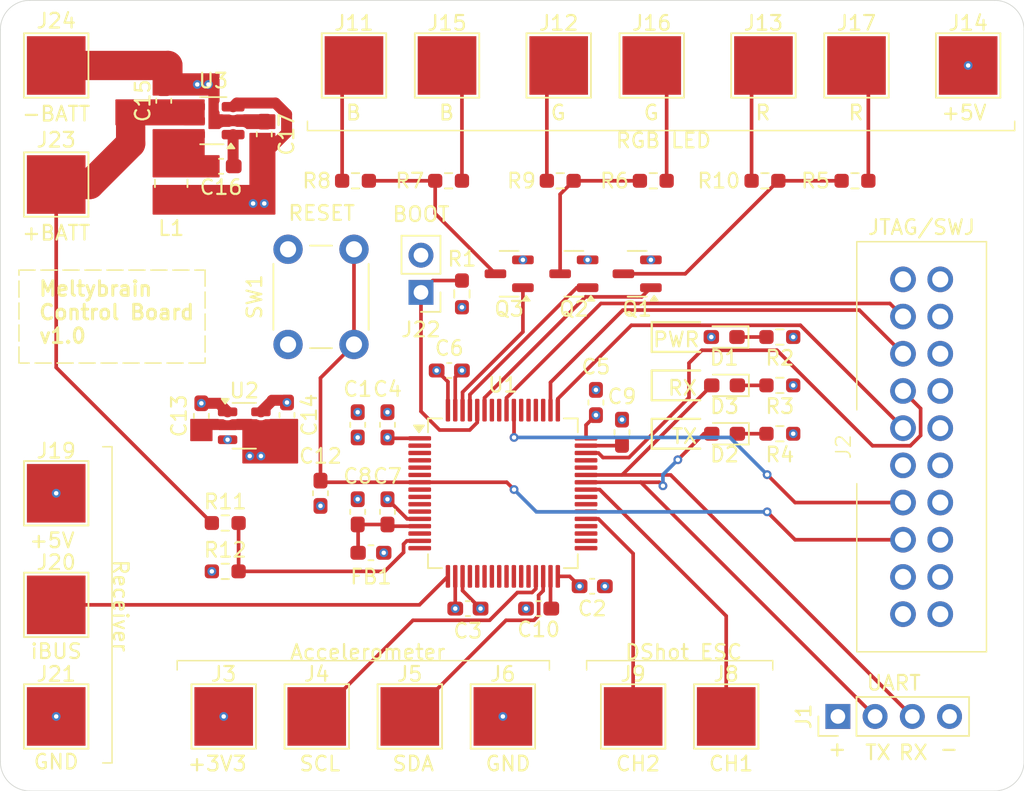
<source format=kicad_pcb>
(kicad_pcb (version 20241229) (generator "pcbnew") (generator_version "9.0")
  (layers (0 "F.Cu" signal) (4 "In1.Cu" signal) (6 "In2.Cu" signal) (2 "B.Cu" signal) (13 "F.Paste" user) (15 "B.Paste" user) (5 "F.SilkS" user "F.Silkscreen") (7 "B.SilkS" user "B.Silkscreen") (1 "F.Mask" user) (3 "B.Mask" user) (25 "Edge.Cuts" user))
  (net 0 "")
  (net 1 "+3V3")
  (net 2 "GND")
  (net 3 "VDDA")
  (net 4 "Net-(U1-VCAP_2)")
  (net 5 "Net-(U1-VCAP_1)")
  (net 6 "/NRST")
  (net 7 "+5V")
  (net 8 "+BATT")
  (net 9 "Net-(U3-SW)")
  (net 10 "Net-(U3-CB)")
  (net 11 "Net-(D1-K)")
  (net 12 "/USART1_TX")
  (net 13 "Net-(D2-K)")
  (net 14 "/USART1_RX")
  (net 15 "Net-(D3-K)")
  (net 16 "/JTDI")
  (net 17 "/JTCK_SWCLK")
  (net 18 "/JTDO_SWO")
  (net 19 "/nJTRST")
  (net 23 "/JTMS_SWDIO")
  (net 24 "/I2C2_SCL")
  (net 25 "/I2C2_SDA")
  (net 26 "/DSHOT_CH1")
  (net 27 "/DSHOT_CH2")
  (net 28 "Net-(J11-Pin_1)")
  (net 29 "Net-(J12-Pin_1)")
  (net 30 "Net-(J13-Pin_1)")
  (net 31 "Net-(J15-Pin_1)")
  (net 32 "Net-(J16-Pin_1)")
  (net 33 "Net-(J17-Pin_1)")
  (net 34 "/iBUS")
  (net 35 "/BOOT")
  (net 36 "Net-(Q1-D)")
  (net 37 "Net-(Q2-D)")
  (net 38 "Net-(Q3-D)")
  (net 39 "Net-(U1-PA1)")
  (net 56 "/LED_R_PWM")
  (net 63 "/LED_B_PWM")
  (net 73 "/LED_G_PWM")
  (footprint "Capacitor_SMD:C_0603_1608Metric_Pad1.08x0.95mm_HandSolder" (layer "F.Cu") (at 144.526 107.95 90)
    (property "Reference" "C7")
    (property "Value" "1u" (hide yes))
  )
  (footprint "Resistor_SMD:R_0603_1608Metric_Pad0.98x0.95mm_HandSolder" (layer "F.Cu") (at 171.2995 102.616 180)
    (property "Reference" "R4")
    (property "Value" "1.1k" (hide yes))
  )
  (footprint "TestPoint:TestPoint_Pad_4.0x4.0mm" (layer "F.Cu") (at 162.56 77.47)
    (property "Reference" "J16")
    (property "Value" "LED2_G" (hide yes))
  )
  (footprint "Capacitor_SMD:C_0603_1608Metric_Pad1.08x0.95mm_HandSolder" (layer "F.Cu") (at 136.1175 82.169 90)
    (property "Reference" "C17")
    (property "Value" "10u" (hide yes))
  )
  (footprint "TestPoint:TestPoint_Pad_4.0x4.0mm" (layer "F.Cu") (at 121.92 77.47)
    (property "Reference" "J24")
    (property "Value" "-BATT")
  )
  (footprint "TestPoint:TestPoint_Pad_4.0x4.0mm" (layer "F.Cu") (at 156.21 77.47)
    (property "Reference" "J12")
    (property "Value" "LED1_G" (hide yes))
  )
  (footprint "TestPoint:TestPoint_Pad_4.0x4.0mm" (layer "F.Cu") (at 184.15 77.47)
    (property "Reference" "J14")
    (property "Value" "LED_ANODE" (hide yes))
  )
  (footprint "Capacitor_SMD:C_0603_1608Metric_Pad1.08x0.95mm_HandSolder" (layer "F.Cu") (at 131.826 101.399 -90)
    (property "Reference" "C13")
    (property "Value" "2.2u" (hide yes))
  )
  (footprint "TestPoint:TestPoint_Pad_4.0x4.0mm" (layer "F.Cu") (at 146.05 121.92)
    (property "Reference" "J5")
    (property "Value" "SDA_ACC" (hide yes))
  )
  (footprint "TestPoint:TestPoint_Pad_4.0x4.0mm" (layer "F.Cu") (at 142.24 77.47)
    (property "Reference" "J11")
    (property "Value" "LED1_B" (hide yes))
  )
  (footprint "TestPoint:TestPoint_Pad_4.0x4.0mm" (layer "F.Cu") (at 121.92 114.3)
    (property "Reference" "J20")
    (property "Value" "iBUS")
  )
  (footprint "Package_TO_SOT_SMD:SOT-23-5" (layer "F.Cu") (at 134.7525 102.0735)
    (property "Reference" "U2")
    (property "Value" "TLV74033PDBVR" (hide yes))
  )
  (footprint "TestPoint:TestPoint_Pad_4.0x4.0mm" (layer "F.Cu") (at 148.59 77.47)
    (property "Reference" "J15")
    (property "Value" "LED2_B" (hide yes))
  )
  (footprint "TestPoint:TestPoint_Pad_4.0x4.0mm" (layer "F.Cu") (at 121.92 106.68)
    (property "Reference" "J19")
    (property "Value" "RX_VDD" (hide yes))
  )
  (footprint "Resistor_SMD:R_0603_1608Metric_Pad0.98x0.95mm_HandSolder" (layer "F.Cu") (at 149.606 93.0675 90)
    (property "Reference" "R1")
    (property "Value" "10k" (hide yes))
  )
  (footprint "Resistor_SMD:R_0603_1608Metric_Pad0.98x0.95mm_HandSolder" (layer "F.Cu") (at 142.3435 85.344)
    (property "Reference" "R8")
    (property "Value" "71.5" (hide yes))
  )
  (footprint "Capacitor_SMD:C_0603_1608Metric_Pad1.08x0.95mm_HandSolder" (layer "F.Cu") (at 142.494 107.95 90)
    (property "Reference" "C8")
    (property "Value" "100n" (hide yes))
  )
  (footprint "Capacitor_SMD:C_0603_1608Metric_Pad1.08x0.95mm_HandSolder" (layer "F.Cu") (at 158.496 113.03)
    (property "Reference" "C2")
    (property "Value" "100n" (hide yes))
  )
  (footprint "TestPoint:TestPoint_Pad_4.0x4.0mm" (layer "F.Cu") (at 139.7 121.92)
    (property "Reference" "J4")
    (property "Value" "SCL_ACC" (hide yes))
  )
  (footprint "Capacitor_SMD:C_0603_1608Metric_Pad1.08x0.95mm_HandSolder" (layer "F.Cu") (at 148.7435 98.298 180)
    (property "Reference" "C6")
    (property "Value" "100n" (hide yes))
  )
  (footprint "Button_Switch_THT:SW_PUSH_6mm" (layer "F.Cu") (at 137.74 96.52 90)
    (property "Reference" "SW1")
    (property "Value" "SW_Push" (hide yes))
  )
  (footprint "Resistor_SMD:R_0603_1608Metric_Pad0.98x0.95mm_HandSolder" (layer "F.Cu") (at 176.4265 85.344)
    (property "Reference" "R5")
    (property "Value" "115" (hide yes))
  )
  (footprint "Inductor_SMD:L_1008_2520Metric_Pad1.43x2.20mm_HandSolder" (layer "F.Cu") (at 129.7675 85.517 -90)
    (property "Reference" "L1")
    (property "Value" "4.7u" (hide yes))
  )
  (footprint "TestPoint:TestPoint_Pad_4.0x4.0mm" (layer "F.Cu") (at 176.53 77.47)
    (property "Reference" "J17")
    (property "Value" "LED2_R" (hide yes))
  )
  (footprint "Resistor_SMD:R_0603_1608Metric_Pad0.98x0.95mm_HandSolder" (layer "F.Cu") (at 171.2995 99.314 180)
    (property "Reference" "R3")
    (property "Value" "1.1k" (hide yes))
  )
  (footprint "Resistor_SMD:R_0603_1608Metric_Pad0.98x0.95mm_HandSolder" (layer "F.Cu") (at 133.4535 112.014)
    (property "Reference" "R12")
    (property "Value" "1.1k" (hide yes))
  )
  (footprint "Diode_SMD:D_0603_1608Metric_Pad1.05x0.95mm_HandSolder" (layer "F.Cu") (at 167.527 102.616 180)
    (property "Reference" "D2")
    (property "Value" "LED" (hide yes))
  )
  (footprint "Diode_SMD:D_0603_1608Metric_Pad1.05x0.95mm_HandSolder" (layer "F.Cu") (at 167.499 96.012 180)
    (property "Reference" "D1")
    (property "Value" "LED" (hide yes))
  )
  (footprint "Connector_Wuerth:Wuerth_WR-BHD_61202021621_P2.54mm_Vertical" (layer "F.Cu") (at 180.975 103.505 -90)
    (property "Reference" "J2")
    (property "Value" "JTAG/SWJ" (hide yes))
  )
  (footprint "TestPoint:TestPoint_Pad_4.0x4.0mm" (layer "F.Cu") (at 121.92 121.92)
    (property "Reference" "J21")
    (property "Value" "GND")
  )
  (footprint "Package_TO_SOT_SMD:SOT-23-6_Handsoldering" (layer "F.Cu") (at 132.6415 81.2405 180)
    (property "Reference" "U3")
    (property "Value" "LMR50410Y5FQDBVRQ1" (hide yes))
  )
  (footprint "Resistor_SMD:R_0603_1608Metric_Pad0.98x0.95mm_HandSolder" (layer "F.Cu") (at 171.2995 96.012 180)
    (property "Reference" "R2")
    (property "Value" "1.1k" (hide yes))
  )
  (footprint "TestPoint:TestPoint_Pad_4.0x4.0mm" (layer "F.Cu") (at 133.35 121.92)
    (property "Reference" "J3")
    (property "Value" "VDD_ACC" (hide yes))
  )
  (footprint "Connector_PinHeader_2.54mm:PinHeader_1x04_P2.54mm_Vertical" (layer "F.Cu") (at 175.26 121.92 90)
    (property "Reference" "J1")
    (property "Value" "UART")
  )
  (footprint "TestPoint:TestPoint_Pad_4.0x4.0mm" (layer "F.Cu") (at 121.92 85.598)
    (property "Reference" "J23")
    (property "Value" "+BATT")
  )
  (footprint "TestPoint:TestPoint_Pad_4.0x4.0mm" (layer "F.Cu") (at 152.4 121.92)
    (property "Reference" "J6")
    (property "Value" "GND_ACC" (hide yes))
  )
  (footprint "Capacitor_SMD:C_0603_1608Metric_Pad1.08x0.95mm_HandSolder" (layer "F.Cu") (at 160.528 102.5155 90)
    (property "Reference" "C9")
    (property "Value" "2.2u" (hide yes))
  )
  (footprint "Capacitor_SMD:C_0603_1608Metric_Pad1.08x0.95mm_HandSolder" (layer "F.Cu") (at 133.17 84.3545 180)
    (property "Reference" "C16")
    (property "Value" "100n" (hide yes))
  )
  (footprint "Capacitor_SMD:C_0603_1608Metric_Pad1.08x0.95mm_HandSolder" (layer "F.Cu") (at 137.668 101.346 -90)
    (property "Reference" "C14")
    (property "Value" "2.2u" (hide yes))
  )
  (footprint "Package_TO_SOT_SMD:SOT-23" (layer "F.Cu") (at 161.5625 91.694 180)
    (property "Reference" "Q1")
    (property "Value" "Q_NMOS" (hide yes))
  )
  (footprint "Capacitor_SMD:C_0603_1608Metric_Pad1.08x0.95mm_HandSolder" (layer "F.Cu") (at 150.0135 114.554 180)
    (property "Reference" "C3")
    (property "Value" "100n" (hide yes))
  )
  (footprint "Capacitor_SMD:C_0603_1608Metric_Pad1.08x0.95mm_HandSolder" (layer "F.Cu") (at 139.954 106.68 -90)
    (property "Reference" "C12")
    (property "Value" "100n" (hide yes))
  )
  (footprint "Resistor_SMD:R_0603_1608Metric_Pad0.98x0.95mm_HandSolder" (layer "F.Cu") (at 162.6635 85.344)
    (property "Reference" "R6")
    (property "Value" "71.5" (hide yes))
  )
  (footprint "Package_TO_SOT_SMD:SOT-23" (layer "F.Cu") (at 152.8295 91.694 180)
    (property "Reference" "Q3")
    (property "Value" "Q_NMOS" (hide yes))
  )
  (footprint "Capacitor_SMD:C_0603_1608Metric_Pad1.08x0.95mm_HandSolder" (layer "F.Cu") (at 154.8395 114.554 180)
    (property "Reference" "C10")
    (property "Value" "2.2u" (hide yes))
  )
  (footprint "TestPoint:TestPoint_Pad_4.0x4.0mm" (layer "F.Cu") (at 170.18 77.47)
    (property "Reference" "J13")
    (property "Value" "LED1_R" (hide yes))
  )
  (footprint "Capacitor_SMD:C_0603_1608Metric_Pad1.08x0.95mm_HandSolder" (layer "F.Cu") (at 144.526 102.0075 90)
    (property "Reference" "C4")
    (property "Value" "100n" (hide yes))
  )
  (footprint "TestPoint:TestPoint_Pad_4.0x4.0mm" (layer "F.Cu") (at 167.64 121.92)
    (property "Reference" "J8")
    (property "Value" "CH1_ESC" (hide yes))
  )
  (footprint "TestPoint:TestPoint_Pad_4.0x4.0mm" (layer "F.Cu") (at 161.29 121.92)
    (property "Reference" "J9")
    (property "Value" "CH2_ESC" (hide yes))
  )
  (footprint "Resistor_SMD:R_0603_1608Metric_Pad0.98x0.95mm_HandSolder" (layer "F.Cu") (at 133.4535 108.712 180)
    (property "Reference" "R11")
    (property "Value" "4.3k" (hide yes))
  )
  (footprint "Capacitor_SMD:C_0603_1608Metric_Pad1.08x0.95mm_HandSolder" (layer "F.Cu") (at 129.2595 79.883 90)
    (property "Reference" "C15")
    (property "Value" "2.2u" (hide yes))
  )
  (footprint "Diode_SMD:D_0603_1608Metric_Pad1.05x0.95mm_HandSolder" (layer "F.Cu") (at 167.527 99.314 180)
    (property "Reference" "D3")
    (property "Value" "LED" (hide yes))
  )
  (footprint "Resistor_SMD:R_0603_1608Metric_Pad0.98x0.95mm_HandSolder" (layer "F.Cu") (at 156.3135 85.344)
    (property "Reference" "R9")
    (property "Value" "71.5" (hide yes))
  )
  (footprint "Package_QFP:LQFP-64_10x10mm_P0.5mm" (layer "F.Cu") (at 152.4 106.68)
    (property "Reference" "U1")
    (property "Value" "STM32F205RETx" (hide yes))
  )
  (footprint "Package_TO_SOT_SMD:SOT-23" (layer "F.Cu") (at 157.2445 91.694 180)
    (property "Reference" "Q2")
    (property "Value" "Q_NMOS" (hide yes))
  )
  (footprint "Capacitor_SMD:C_0603_1608Metric_Pad1.08x0.95mm_HandSolder" (layer "F.Cu") (at 158.75 100.4835 90)
    (property "Reference" "C5")
    (property "Value" "100n" (hide yes))
  )
  (footprint "Inductor_SMD:L_0603_1608Metric_Pad1.05x0.95mm_HandSolder" (layer "F.Cu") (at 143.397 110.744)
    (property "Reference" "FB1")
    (property "Value" "Bead" (hide yes))
  )
  (footprint "Connector_PinHeader_2.54mm:PinHeader_1x02_P2.54mm_Vertical" (layer "F.Cu") (at 146.812 92.964 180)
    (property "Reference" "J22")
    (property "Value" "BOOT")
  )
  (footprint "Resistor_SMD:R_0603_1608Metric_Pad0.98x0.95mm_HandSolder" (layer "F.Cu") (at 170.2835 85.344)
    (property "Reference" "R10")
    (property "Value" "115" (hide yes))
  )
  (footprint "Resistor_SMD:R_0603_1608Metric_Pad0.98x0.95mm_HandSolder" (layer "F.Cu") (at 148.6935 85.344)
    (property "Reference" "R7")
    (property "Value" "71.5" (hide yes))
  )
  (footprint "Capacitor_SMD:C_0603_1608Metric_Pad1.08x0.95mm_HandSolder" (layer "F.Cu") (at 142.494 102.0075 90)
    (property "Reference" "C1")
    (property "Value" "10u" (hide yes))
  )
  (gr_line (start 170.815 118.11) (end 170.815 118.745) (stroke (width 0.1)) (layer "F.SilkS"))
  (gr_line (start 165.862 101.6) (end 162.56 101.6) (stroke (width 0.153)) (layer "F.SilkS"))
  (gr_rect (start 119.38 91.44) (end 132.08 97.79) (stroke (width 0.1) (type dash)) (fill no) (layer "F.SilkS"))
  (gr_line (start 125.095 103.505) (end 125.73 103.505) (stroke (width 0.1)) (layer "F.SilkS"))
  (gr_line (start 139.065 81.915) (end 187.325 81.915) (stroke (width 0.1)) (layer "F.SilkS"))
  (gr_line (start 162.56 98.298) (end 162.56 100.33) (stroke (width 0.153)) (layer "F.SilkS"))
  (gr_line (start 130.175 118.11) (end 155.575 118.11) (stroke (width 0.1)) (layer "F.SilkS"))
  (gr_line (start 162.56 94.996) (end 162.56 97.028) (stroke (width 0.153)) (layer "F.SilkS"))
  (gr_line (start 162.56 100.33) (end 165.862 100.33) (stroke (width 0.153)) (layer "F.SilkS"))
  (gr_line (start 165.862 98.298) (end 162.56 98.298) (stroke (width 0.153)) (layer "F.SilkS"))
  (gr_line (start 165.862 94.996) (end 162.56 94.996) (stroke (width 0.153)) (layer "F.SilkS"))
  (gr_line (start 155.575 118.11) (end 155.575 118.745) (stroke (width 0.1)) (layer "F.SilkS"))
  (gr_line (start 162.56 101.6) (end 162.56 103.632) (stroke (width 0.153)) (layer "F.SilkS"))
  (gr_line (start 125.73 103.505) (end 125.73 125.095) (stroke (width 0.1)) (layer "F.SilkS"))
  (gr_line (start 162.56 103.632) (end 165.862 103.632) (stroke (width 0.153)) (layer "F.SilkS"))
  (gr_line (start 162.56 97.028) (end 165.862 97.028) (stroke (width 0.153)) (layer "F.SilkS"))
  (gr_line (start 158.115 118.11) (end 170.815 118.11) (stroke (width 0.1)) (layer "F.SilkS"))
  (gr_line (start 158.115 118.745) (end 158.115 118.11) (stroke (width 0.1)) (layer "F.SilkS"))
  (gr_line (start 139.065 81.28) (end 139.065 81.915) (stroke (width 0.1)) (layer "F.SilkS"))
  (gr_line (start 187.325 81.915) (end 187.325 81.28) (stroke (width 0.1)) (layer "F.SilkS"))
  (gr_line (start 125.095 125.095) (end 125.73 125.095) (stroke (width 0.1)) (layer "F.SilkS"))
  (gr_line (start 130.175 118.745) (end 130.175 118.11) (stroke (width 0.1)) (layer "F.SilkS"))
  (gr_arc (start 118.11 75.025) (mid 118.695786 73.610786) (end 120.11 73.025) (stroke (width 0.05)) (layer "Edge.Cuts"))
  (gr_line (start 118.11 125) (end 118.11 75.025) (stroke (width 0.05)) (layer "Edge.Cuts"))
  (gr_arc (start 187.96 125) (mid 187.374214 126.414214) (end 185.96 127) (stroke (width 0.05)) (layer "Edge.Cuts"))
  (gr_line (start 120.11 73.025) (end 185.96 73.025) (stroke (width 0.05)) (layer "Edge.Cuts"))
  (gr_line (start 185.96 127) (end 120.11 127) (stroke (width 0.05)) (layer "Edge.Cuts"))
  (gr_line (start 187.96 75.025) (end 187.96 125) (stroke (width 0.05)) (layer "Edge.Cuts"))
  (gr_arc (start 185.96 73.025) (mid 187.374214 73.610786) (end 187.96 75.025) (stroke (width 0.05)) (layer "Edge.Cuts"))
  (gr_arc (start 120.11 127) (mid 118.695786 126.414214) (end 118.11 125) (stroke (width 0.05)) (layer "Edge.Cuts"))
  (gr_text "DShot ESC" (at 160.655 118.11 0) (layer "F.SilkS") (effects (font (size 1 1) (thickness 0.153)) (justify left bottom)))
  (gr_text "SCL" (at 138.43 125.73 0) (layer "F.SilkS") (effects (font (size 1 1) (thickness 0.153)) (justify left bottom)))
  (gr_text "-" (at 182.118 124.714 0) (layer "F.SilkS") (effects (font (size 1 1) (thickness 0.153)) (justify left bottom)))
  (gr_text "+3V3" (at 130.81 125.73 0) (layer "F.SilkS") (effects (font (size 1 1) (thickness 0.153)) (justify left bottom)))
  (gr_text "TX" (at 163.83 103.378 0) (layer "F.SilkS") (effects (font (size 1 1) (thickness 0.153)) (justify left bottom)))
  (gr_text "+5V" (at 182.245 81.28 0) (layer "F.SilkS") (effects (font (size 1 1) (thickness 0.153)) (justify left bottom)))
  (gr_text "RX" (at 163.576 100.076 0) (layer "F.SilkS") (effects (font (size 1 1) (thickness 0.153)) (justify left bottom)))
  (gr_text "GND" (at 151.13 125.73 0) (layer "F.SilkS") (effects (font (size 1 1) (thickness 0.153)) (justify left bottom)))
  (gr_text "RGB LED" (at 160.02 83.185 0) (layer "F.SilkS") (effects (font (size 1 1) (thickness 0.153)) (justify left bottom)))
  (gr_text "R" (at 175.895 81.28 0) (layer "F.SilkS") (effects (font (size 1 1) (thickness 0.153)) (justify left bottom)))
  (gr_text "B" (at 141.605 81.28 0) (layer "F.SilkS") (effects (font (size 1 1) (thickness 0.153)) (justify left bottom)))
  (gr_text "SDA" (at 144.78 125.73 0) (layer "F.SilkS") (effects (font (size 1 1) (thickness 0.153)) (justify left bottom)))
  (gr_text "CH2" (at 160.02 125.73 0) (layer "F.SilkS") (effects (font (size 1 1) (thickness 0.153)) (justify left bottom)))
  (gr_text "R" (at 169.545 81.28 0) (layer "F.SilkS") (effects (font (size 1 1) (thickness 0.153)) (justify left bottom)))
  (gr_text "+5V" (at 120.015 110.49 0) (layer "F.SilkS") (effects (font (size 1 1) (thickness 0.153)) (justify left bottom)))
  (gr_text "Meltybrain\nControl Board\nv1.0" (at 120.65 96.52 0) (layer "F.SilkS") (effects (font (size 1 1) (thickness 0.2) (bold yes)) (justify left bottom)))
  (gr_text "CH1" (at 166.37 125.73 0) (layer "F.SilkS") (effects (font (size 1 1) (thickness 0.153)) (justify left bottom)))
  (gr_text "G" (at 155.575 81.28 0) (layer "F.SilkS") (effects (font (size 1 1) (thickness 0.153)) (justify left bottom)))
  (gr_text "Accelerometer" (at 137.795 118.11 0) (layer "F.SilkS") (effects (font (size 1 1) (thickness 0.153)) (justify left bottom)))
  (gr_text "PWR" (at 162.56 96.774 0) (layer "F.SilkS") (effects (font (size 1 1) (thickness 0.153)) (justify left bottom)))
  (gr_text "B" (at 147.955 81.28 0) (layer "F.SilkS") (effects (font (size 1 1) (thickness 0.153)) (justify left bottom)))
  (gr_text "TX" (at 177.038 124.968 0) (layer "F.SilkS") (effects (font (size 1 1) (thickness 0.153)) (justify left bottom)))
  (gr_text "Receiver" (at 125.73 111.125 270) (layer "F.SilkS") (effects (font (size 1 1) (thickness 0.153)) (justify left bottom)))
  (gr_text "+" (at 174.498 124.714 0) (layer "F.SilkS") (effects (font (size 1 1) (thickness 0.153)) (justify left bottom)))
  (gr_text "RESET" (at 137.668 88.138 0) (layer "F.SilkS") (effects (font (size 1 1) (thickness 0.153) (bold yes)) (justify left bottom)))
  (gr_text "RX" (at 179.324 124.968 0) (layer "F.SilkS") (effects (font (size 1 1) (thickness 0.153)) (justify left bottom)))
  (gr_text "G" (at 161.925 81.28 0) (layer "F.SilkS") (effects (font (size 1 1) (thickness 0.153)) (justify left bottom)))
  (segment (start 148.65 99.067) (end 147.881 98.298) (width 0.25) (layer "F.Cu") (net 1))
  (segment (start 136.652 100.33) (end 137.5145 100.33) (width 0.75) (layer "F.Cu") (net 1))
  (segment (start 156.9585 112.355) (end 157.6335 113.03) (width 0.25) (layer "F.Cu") (net 1))
  (segment (start 146.725 102.93) (end 144.586 102.93) (width 0.25) (layer "F.Cu") (net 1))
  (segment (start 137.5145 100.33) (end 137.668 100.4835) (width 0.75) (layer "F.Cu") (net 1))
  (segment (start 144.586 102.93) (end 144.526 102.87) (width 0.25) (layer "F.Cu") (net 1))
  (segment (start 148.65 101.005) (end 148.65 99.067) (width 0.25) (layer "F.Cu") (net 1))
  (segment (start 158.075 102.93) (end 158.075 102.021) (width 0.25) (layer "F.Cu") (net 1))
  (segment (start 136.652 100.3615) (end 135.89 101.1235) (width 0.75) (layer "F.Cu") (net 1))
  (segment (start 136.652 100.3615) (end 136.652 100.33) (width 0.75) (layer "F.Cu") (net 1))
  (segment (start 158.075 102.021) (end 158.75 101.346) (width 0.25) (layer "F.Cu") (net 1))
  (segment (start 149.65 112.355) (end 149.65 113.328) (width 0.25) (layer "F.Cu") (net 1))
  (segment (start 149.65 113.328) (end 150.876 114.554) (width 0.25) (layer "F.Cu") (net 1))
  (segment (start 156.15 112.355) (end 156.9585 112.355) (width 0.25) (layer "F.Cu") (net 1))
  (via (at 133.35 121.92) (size 0.6) (drill 0.3) (layers "F.Cu" "B.Cu") (net 1))
  (via (at 147.881 98.298) (size 0.6) (drill 0.3) (layers "F.Cu" "B.Cu") (net 1))
  (via (at 150.876 114.554) (size 0.6) (drill 0.3) (layers "F.Cu" "B.Cu") (net 1))
  (via (at 144.272 110.744) (size 0.6) (drill 0.3) (layers "F.Cu" "B.Cu") (net 1))
  (via (at 158.75 101.346) (size 0.6) (drill 0.3) (layers "F.Cu" "B.Cu") (net 1))
  (via (at 166.624 96.012) (size 0.6) (drill 0.3) (layers "F.Cu" "B.Cu") (net 1))
  (via (at 137.668 100.4835) (size 0.6) (drill 0.3) (layers "F.Cu" "B.Cu") (net 1))
  (via (at 157.6335 113.03) (size 0.6) (drill 0.3) (layers "F.Cu" "B.Cu") (net 1))
  (via (at 142.494 102.87) (size 0.6) (drill 0.3) (layers "F.Cu" "B.Cu") (net 1))
  (via (at 144.526 102.87) (size 0.6) (drill 0.3) (layers "F.Cu" "B.Cu") (net 1))
  (segment (start 149.15 101.005) (end 149.15 98.754) (width 0.25) (layer "F.Cu") (net 2))
  (segment (start 146.725 108.43) (end 145.8685 108.43) (width 0.25) (layer "F.Cu") (net 2))
  (segment (start 149.15 98.754) (end 149.606 98.298) (width 0.25) (layer "F.Cu") (net 2))
  (segment (start 145.8685 108.43) (end 144.526 107.0875) (width 0.25) (layer "F.Cu") (net 2))
  (segment (start 149.15 114.553) (end 149.151 114.554) (width 0.25) (layer "F.Cu") (net 2))
  (segment (start 129.54 77.47) (end 129.54 78.232) (width 2) (layer "F.Cu") (net 2))
  (segment (start 149.15 112.355) (end 149.15 114.553) (width 0.25) (layer "F.Cu") (net 2))
  (segment (start 121.92 77.47) (end 129.54 77.47) (width 2) (layer "F.Cu") (net 2))
  (via (at 142.494 107.0875) (size 0.6) (drill 0.3) (layers "F.Cu" "B.Cu") (net 2))
  (via (at 153.767 90.744) (size 0.6) (drill 0.3) (layers "F.Cu" "B.Cu") (net 2))
  (via (at 132.3075 78.7665) (size 0.6) (drill 0.3) (layers "F.Cu" "B.Cu") (net 2))
  (via (at 149.151 114.554) (size 0.6) (drill 0.3) (layers "F.Cu" "B.Cu") (net 2))
  (via (at 149.606 93.98) (size 0.6) (drill 0.3) (layers "F.Cu" "B.Cu") (net 2))
  (via (at 144.526 101.145) (size 0.6) (drill 0.3) (layers "F.Cu" "B.Cu") (net 2))
  (via (at 132.541 112.014) (size 0.6) (drill 0.3) (layers "F.Cu" "B.Cu") (net 2))
  (via (at 172.212 102.616) (size 0.6) (drill 0.3) (layers "F.Cu" "B.Cu") (net 2))
  (via (at 153.977 114.554) (size 0.6) (drill 0.3) (layers "F.Cu" "B.Cu") (net 2))
  (via (at 142.494 101.145) (size 0.6) (drill 0.3) (layers "F.Cu" "B.Cu") (net 2))
  (via (at 172.212 96.012) (size 0.6) (drill 0.3) (layers "F.Cu" "B.Cu") (net 2))
  (via (at 144.526 107.0875) (size 0.6) (drill 0.3) (layers "F.Cu" "B.Cu") (net 2))
  (via (at 158.75 99.621) (size 0.6) (drill 0.3) (layers "F.Cu" "B.Cu") (net 2))
  (via (at 172.212 99.314) (size 0.6) (drill 0.3) (layers "F.Cu" "B.Cu") (net 2))
  (via (at 139.954 107.5425) (size 0.6) (drill 0.3) (layers "F.Cu" "B.Cu") (net 2))
  (via (at 135.89 104.14) (size 0.6) (drill 0.3) (layers "F.Cu" "B.Cu") (net 2))
  (via (at 135.128 104.14) (size 0.6) (drill 0.3) (layers "F.Cu" "B.Cu") (net 2))
  (via (at 149.606 98.298) (size 0.6) (drill 0.3) (layers "F.Cu" "B.Cu") (net 2))
  (via (at 131.5455 78.7665) (size 0.6) (drill 0.3) (layers "F.Cu" "B.Cu") (net 2))
  (via (at 162.5 90.744) (size 0.6) (drill 0.3) (layers "F.Cu" "B.Cu") (net 2))
  (via (at 152.4 121.92) (size 0.6) (drill 0.3) (layers "F.Cu" "B.Cu") (net 2))
  (via (at 158.182 90.744) (size 0.6) (drill 0.3) (layers "F.Cu" "B.Cu") (net 2))
  (via (at 159.3585 113.03) (size 0.6) (drill 0.3) (layers "F.Cu" "B.Cu") (net 2))
  (via (at 121.92 121.92) (size 0.6) (drill 0.3) (layers "F.Cu" "B.Cu") (net 2))
  (via (at 160.528 101.653) (size 0.6) (drill 0.3) (layers "F.Cu" "B.Cu") (net 2))
  (segment (start 144.6435 108.93) (end 146.725 108.93) (width 0.25) (layer "F.Cu") (net 3))
  (segment (start 142.522 108.8405) (end 142.494 108.8125) (width 0.25) (layer "F.Cu") (net 3))
  (segment (start 142.522 110.744) (end 142.522 108.8405) (width 0.25) (layer "F.Cu") (net 3))
  (segment (start 144.526 108.8125) (end 144.6435 108.93) (width 0.25) (layer "F.Cu") (net 3))
  (segment (start 142.494 108.8125) (end 144.526 108.8125) (width 0.25) (layer "F.Cu") (net 3))
  (segment (start 160.476 103.43) (end 160.528 103.378) (width 0.25) (layer "F.Cu") (net 4))
  (segment (start 158.075 103.43) (end 160.476 103.43) (width 0.25) (layer "F.Cu") (net 4))
  (segment (start 155.65 114.502) (end 155.65 112.355) (width 0.25) (layer "F.Cu") (net 5))
  (segment (start 155.702 114.554) (end 155.65 114.502) (width 0.25) (layer "F.Cu") (net 5))
  (segment (start 139.954 105.8175) (end 140.0665 105.93) (width 0.25) (layer "F.Cu") (net 6))
  (segment (start 139.954 105.8175) (end 139.954 98.806) (width 0.25) (layer "F.Cu") (net 6))
  (segment (start 153.162 106.426) (end 152.666 105.93) (width 0.25) (layer "F.Cu") (net 6))
  (segment (start 142.24 90.02) (end 142.24 96.52) (width 0.25) (layer "F.Cu") (net 6))
  (segment (start 179.705 109.855) (end 172.339 109.855) (width 0.25) (layer "F.Cu") (net 6))
  (segment (start 139.954 98.806) (end 142.24 96.52) (width 0.25) (layer "F.Cu") (net 6))
  (segment (start 152.666 105.93) (end 146.725 105.93) (width 0.25) (layer "F.Cu") (net 6))
  (segment (start 140.0665 105.93) (end 146.725 105.93) (width 0.25) (layer "F.Cu") (net 6))
  (segment (start 172.339 109.855) (end 170.434 107.95) (width 0.25) (layer "F.Cu") (net 6))
  (via (at 153.162 106.426) (size 0.6) (drill 0.3) (layers "F.Cu" "B.Cu") (net 6))
  (via (at 170.434 107.95) (size 0.6) (drill 0.3) (layers "F.Cu" "B.Cu") (net 6))
  (segment (start 153.162 106.426) (end 154.686 107.95) (width 0.25) (layer "B.Cu") (net 6))
  (segment (start 154.686 107.95) (end 170.434 107.95) (width 0.25) (layer "B.Cu") (net 6))
  (segment (start 137.6415 82.0685) (end 136.6785 83.0315) (width 0.75) (layer "F.Cu") (net 7))
  (segment (start 133.9915 80.2905) (end 134.2455 80.0365) (width 0.75) (layer "F.Cu") (net 7))
  (segment (start 136.8795 80.0365) (end 137.6415 80.7985) (width 0.75) (layer "F.Cu") (net 7))
  (segment (start 133.096 100.6045) (end 133.096 100.584) (width 0.75) (layer "F.Cu") (net 7))
  (segment (start 134.2455 80.0365) (end 136.8795 80.0365) (width 0.75) (layer "F.Cu") (net 7))
  (segment (start 136.6785 83.0315) (end 136.1175 83.0315) (width 0.75) (layer "F.Cu") (net 7))
  (segment (start 137.6415 80.7985) (end 137.6415 82.0685) (width 0.75) (layer "F.Cu") (net 7))
  (segment (start 136.1705 83.0315) (end 136.1175 83.0315) (width 0.25) (layer "F.Cu") (net 7))
  (segment (start 133.615 101.1235) (end 133.096 100.6045) (width 0.75) (layer "F.Cu") (net 7))
  (segment (start 133.096 100.584) (end 133.0485 100.5365) (width 0.75) (layer "F.Cu") (net 7))
  (segment (start 133.0485 100.5365) (end 131.826 100.5365) (width 0.75) (layer "F.Cu") (net 7))
  (via (at 121.92 106.68) (size 0.6) (drill 0.3) (layers "F.Cu" "B.Cu") (net 7))
  (via (at 136.1175 86.8945) (size 0.6) (drill 0.3) (layers "F.Cu" "B.Cu") (net 7))
  (via (at 131.826 100.5365) (size 0.6) (drill 0.3) (layers "F.Cu" "B.Cu") (net 7))
  (via (at 184.15 77.47) (size 0.6) (drill 0.3) (layers "F.Cu" "B.Cu") (net 7))
  (via (at 135.3555 86.8945) (size 0.6) (drill 0.3) (layers "F.Cu" "B.Cu") (net 7))
  (via (at 133.615 103.0235) (size 0.6) (drill 0.3) (layers "F.Cu" "B.Cu") (net 7))
  (segment (start 124.206 85.598) (end 127 82.804) (width 2) (layer "F.Cu") (net 8))
  (segment (start 121.92 98.091) (end 121.92 85.598) (width 0.25) (layer "F.Cu") (net 8))
  (segment (start 121.92 85.598) (end 124.206 85.598) (width 2) (layer "F.Cu") (net 8))
  (segment (start 127 82.804) (end 127 81.026) (width 2) (layer "F.Cu") (net 8))
  (segment (start 121.92 98.091) (end 132.541 108.712) (width 0.25) (layer "F.Cu") (net 8))
  (segment (start 133.9915 82.1905) (end 133.9915 84.3135) (width 0.75) (layer "F.Cu") (net 10))
  (segment (start 133.9915 84.3135) (end 134.0325 84.3545) (width 0.75) (layer "F.Cu") (net 10))
  (segment (start 170.387 96.012) (end 168.374 96.012) (width 0.25) (layer "F.Cu") (net 11))
  (segment (start 166.652 102.616) (end 166.116 102.616) (width 0.25) (layer "F.Cu") (net 12))
  (segment (start 163.322 106.172) (end 163.08 105.93) (width 0.25) (layer "F.Cu") (net 12))
  (segment (start 166.116 102.616) (end 164.338 104.394) (width 0.25) (layer "F.Cu") (net 12))
  (segment (start 161.81 105.93) (end 158.075 105.93) (width 0.25) (layer "F.Cu") (net 12))
  (segment (start 163.08 105.93) (end 161.81 105.93) (width 0.25) (layer "F.Cu") (net 12))
  (segment (start 177.8 121.92) (end 161.81 105.93) (width 0.25) (layer "F.Cu") (net 12))
  (via (at 163.322 106.172) (size 0.6) (drill 0.3) (layers "F.Cu" "B.Cu") (net 12))
  (via (at 164.338 104.394) (size 0.6) (drill 0.3) (layers "F.Cu" "B.Cu") (net 12))
  (segment (start 164.338 104.394) (end 163.322 105.41) (width 0.25) (layer "B.Cu") (net 12))
  (segment (start 163.322 105.41) (end 163.322 106.172) (width 0.25) (layer "B.Cu") (net 12))
  (segment (start 170.387 102.616) (end 168.402 102.616) (width 0.25) (layer "F.Cu") (net 13))
  (segment (start 180.34 121.92) (end 163.85 105.43) (width 0.25) (layer "F.Cu") (net 14))
  (segment (start 163.85 105.43) (end 158.075 105.43) (width 0.25) (layer "F.Cu") (net 14))
  (segment (start 166.652 99.314) (end 160.536 105.43) (width 0.25) (layer "F.Cu") (net 14))
  (segment (start 160.536 105.43) (end 158.075 105.43) (width 0.25) (layer "F.Cu") (net 14))
  (segment (start 168.402 99.314) (end 170.387 99.314) (width 0.25) (layer "F.Cu") (net 15))
  (segment (start 176.722 94.172) (end 179.705 97.155) (width 0.25) (layer "F.Cu") (net 16))
  (segment (start 160.59 94.172) (end 176.722 94.172) (width 0.25) (layer "F.Cu") (net 16))
  (segment (start 155.65 101.005) (end 155.65 99.112) (width 0.25) (layer "F.Cu") (net 16))
  (segment (start 155.65 99.112) (end 160.59 94.172) (width 0.25) (layer "F.Cu") (net 16))
  (segment (start 156.15 100.230001) (end 161.169001 95.211) (width 0.25) (layer "F.Cu") (net 17))
  (segment (start 161.169001 95.211) (end 172.70199 95.211) (width 0.25) (layer "F.Cu") (net 17))
  (segment (start 179.705 102.21401) (end 179.705 102.235) (width 0.25) (layer "F.Cu") (net 17))
  (segment (start 156.15 101.005) (end 156.15 100.230001) (width 0.25) (layer "F.Cu") (net 17))
  (segment (start 172.70199 95.211) (end 179.705 102.21401) (width 0.25) (layer "F.Cu") (net 17))
  (segment (start 172.339 107.315) (end 170.434 105.41) (width 0.25) (layer "F.Cu") (net 18))
  (segment (start 153.162 101.017) (end 153.15 101.005) (width 0.25) (layer "F.Cu") (net 18))
  (segment (start 179.705 107.315) (end 172.339 107.315) (width 0.25) (layer "F.Cu") (net 18))
  (segment (start 153.162 102.87) (end 153.162 101.017) (width 0.25) (layer "F.Cu") (net 18))
  (via (at 170.434 105.41) (size 0.6) (drill 0.3) (layers "F.Cu" "B.Cu") (net 18))
  (via (at 153.162 102.87) (size 0.6) (drill 0.3) (layers "F.Cu" "B.Cu") (net 18))
  (segment (start 167.894 102.87) (end 170.434 105.41) (width 0.25) (layer "B.Cu") (net 18))
  (segment (start 153.162 102.87) (end 167.894 102.87) (width 0.25) (layer "B.Cu") (net 18))
  (segment (start 159.089822 93.721) (end 152.65 100.160822) (width 0.25) (layer "F.Cu") (net 19))
  (segment (start 178.811 93.721) (end 179.705 94.615) (width 0.25) (layer "F.Cu") (net 19))
  (segment (start 159.089822 93.721) (end 178.811 93.721) (width 0.25) (layer "F.Cu") (net 19))
  (segment (start 152.65 100.160822) (end 152.65 101.005) (width 0.25) (layer "F.Cu") (net 19))
  (segment (start 180.906 100.896) (end 180.906 102.732471) (width 0.25) (layer "F.Cu") (net 23))
  (segment (start 159.230678 104.2415) (end 158.919178 103.93) (width 0.25) (layer "F.Cu") (net 23))
  (segment (start 180.202471 103.436) (end 177.62499 103.436) (width 0.25) (layer "F.Cu") (net 23))
  (segment (start 165.1 97.79) (end 165.1 100.14699) (width 0.25) (layer "F.Cu") (net 23))
  (segment (start 180.906 102.732471) (end 180.202471 103.436) (width 0.25) (layer "F.Cu") (net 23))
  (segment (start 165.974999 96.915001) (end 165.1 97.79) (width 0.25) (layer "F.Cu") (net 23))
  (segment (start 179.705 99.695) (end 180.906 100.896) (width 0.25) (layer "F.Cu") (net 23))
  (segment (start 177.62499 103.436) (end 171.103991 96.915001) (width 0.25) (layer "F.Cu") (net 23))
  (segment (start 158.919178 103.93) (end 158.075 103.93) (width 0.25) (layer "F.Cu") (net 23))
  (segment (start 171.103991 96.915001) (end 165.974999 96.915001) (width 0.25) (layer "F.Cu") (net 23))
  (segment (start 165.1 100.14699) (end 161.00549 104.2415) (width 0.25) (layer "F.Cu") (net 23))
  (segment (start 161.00549 104.2415) (end 159.230678 104.2415) (width 0.25) (layer "F.Cu") (net 23))
  (segment (start 154.65 113.199178) (end 154.65 112.355) (width 0.25) (layer "F.Cu") (net 24))
  (segment (start 146.265 115.355) (end 151.494178 115.355) (width 0.25) (layer "F.Cu") (net 24))
  (segment (start 153.393178 113.456) (end 154.393178 113.456) (width 0.25) (layer "F.Cu") (net 24))
  (segment (start 139.7 121.92) (end 146.265 115.355) (width 0.25) (layer "F.Cu") (net 24))
  (segment (start 151.494178 115.355) (end 153.393178 113.456) (width 0.25) (layer "F.Cu") (net 24))
  (segment (start 154.393178 113.456) (end 154.65 113.199178) (width 0.25) (layer "F.Cu") (net 24))
  (segment (start 154.51699 115.355) (end 154.8395 115.03249) (width 0.25) (layer "F.Cu") (net 25))
  (segment (start 152.615 115.355) (end 154.51699 115.355) (width 0.25) (layer "F.Cu") (net 25))
  (segment (start 155.15 113.336988) (end 155.15 112.355) (width 0.25) (layer "F.Cu") (net 25))
  (segment (start 154.8395 113.647488) (end 155.15 113.336988) (width 0.25) (layer "F.Cu") (net 25))
  (segment (start 154.8395 115.03249) (end 154.8395 113.647488) (width 0.25) (layer "F.Cu") (net 25))
  (segment (start 146.05 121.92) (end 152.615 115.355) (width 0.25) (layer "F.Cu") (net 25))
  (segment (start 167.64 121.92) (end 167.64 115.062) (width 0.25) (layer "F.Cu") (net 26))
  (segment (start 159.008 106.43) (end 158.075 106.43) (width 0.25) (layer "F.Cu") (net 26))
  (segment (start 167.64 115.062) (end 159.008 106.43) (width 0.25) (layer "F.Cu") (net 26))
  (segment (start 158.919178 108.43) (end 158.075 108.43) (width 0.25) (layer "F.Cu") (net 27))
  (segment (start 161.29 110.800822) (end 158.919178 108.43) (width 0.25) (layer "F.Cu") (net 27))
  (segment (start 161.29 121.92) (end 161.29 110.800822) (width 0.25) (layer "F.Cu") (net 27))
  (segment (start 141.431 85.344) (end 141.431 78.279) (width 0.25) (layer "F.Cu") (net 28))
  (segment (start 141.431 78.279) (end 142.24 77.47) (width 0.25) (layer "F.Cu") (net 28))
  (segment (start 155.401 78.279) (end 156.21 77.47) (width 0.25) (layer "F.Cu") (net 29))
  (segment (start 155.401 85.344) (end 155.401 78.279) (width 0.25) (layer "F.Cu") (net 29))
  (segment (start 169.371 78.279) (end 170.18 77.47) (width 0.25) (layer "F.Cu") (net 30))
  (segment (start 169.371 85.344) (end 169.371 78.279) (width 0.25) (layer "F.Cu") (net 30))
  (segment (start 149.606 78.486) (end 148.59 77.47) (width 0.25) (layer "F.Cu") (net 31))
  (segment (start 149.606 85.344) (end 149.606 78.486) (width 0.25) (layer "F.Cu") (net 31))
  (segment (start 163.576 78.486) (end 162.56 77.47) (width 0.25) (layer "F.Cu") (net 32))
  (segment (start 163.576 85.344) (end 163.576 78.486) (width 0.25) (layer "F.Cu") (net 32))
  (segment (start 177.339 78.279) (end 176.53 77.47) (width 0.25) (layer "F.Cu") (net 33))
  (segment (start 177.339 85.344) (end 177.339 78.279) (width 0.25) (layer "F.Cu") (net 33))
  (segment (start 121.92 114.3) (end 146.705 114.3) (width 0.25) (layer "F.Cu") (net 34))
  (segment (start 146.705 114.3) (end 148.65 112.355) (width 0.25) (layer "F.Cu") (net 34))
  (segment (start 147.621 92.155) (end 146.812 92.964) (width 0.25) (layer "F.Cu") (net 35))
  (segment (start 146.812 92.964) (end 146.812 101.092) (width 0.25) (layer "F.Cu") (net 35))
  (segment (start 150.137178 102.362) (end 150.65 101.849178) (width 0.25) (layer "F.Cu") (net 35))
  (segment (start 148.082 102.362) (end 150.137178 102.362) (width 0.25) (layer "F.Cu") (net 35))
  (segment (start 146.812 101.092) (end 148.082 102.362) (width 0.25) (layer "F.Cu") (net 35))
  (segment (start 150.65 101.849178) (end 150.65 101.005) (width 0.25) (layer "F.Cu") (net 35))
  (segment (start 149.606 92.155) (end 147.621 92.155) (width 0.25) (layer "F.Cu") (net 35))
  (segment (start 175.514 85.344) (end 171.196 85.344) (width 0.25) (layer "F.Cu") (net 36))
  (segment (start 171.196 85.344) (end 164.846 91.694) (width 0.25) (layer "F.Cu") (net 36))
  (segment (start 164.846 91.694) (end 160.625 91.694) (width 0.25) (layer "F.Cu") (net 36))
  (segment (start 157.226 85.344) (end 161.751 85.344) (width 0.25) (layer "F.Cu") (net 37))
  (segment (start 156.307 86.263) (end 156.307 91.694) (width 0.25) (layer "F.Cu") (net 37))
  (segment (start 157.226 85.344) (end 156.307 86.263) (width 0.25) (layer "F.Cu") (net 37))
  (segment (start 151.892 91.694) (end 147.781 87.583) (width 0.25) (layer "F.Cu") (net 38))
  (segment (start 147.781 85.344) (end 143.256 85.344) (width 0.25) (layer "F.Cu") (net 38))
  (segment (start 147.781 87.583) (end 147.781 85.344) (width 0.25) (layer "F.Cu") (net 38))
  (segment (start 134.366 112.014) (end 134.366 108.712) (width 0.25) (layer "F.Cu") (net 39))
  (segment (start 145.848 109.93) (end 146.725 109.93) (width 0.25) (layer "F.Cu") (net 39))
  (segment (start 145.624 110.154) (end 145.848 109.93) (width 0.25) (layer "F.Cu") (net 39))
  (segment (start 145.624 110.72049) (end 145.624 110.154) (width 0.25) (layer "F.Cu") (net 39))
  (segment (start 134.366 112.014) (end 144.33049 112.014) (width 0.25) (layer "F.Cu") (net 39))
  (segment (start 144.33049 112.014) (end 145.624 110.72049) (width 0.25) (layer "F.Cu") (net 39))
  (segment (start 151.15 101.005) (end 151.15 100.160822) (width 0.25) (layer "F.Cu") (net 56))
  (segment (start 151.15 100.160822) (end 158.040822 93.27) (width 0.25) (layer "F.Cu") (net 56))
  (segment (start 158.040822 93.27) (end 161.874 93.27) (width 0.25) (layer "F.Cu") (net 56))
  (segment (start 161.874 93.27) (end 162.5 92.644) (width 0.25) (layer "F.Cu") (net 56))
  (segment (start 149.65 99.778) (end 149.65 101.005) (width 0.25) (layer "F.Cu") (net 63))
  (segment (start 153.767 95.661) (end 149.65 99.778) (width 0.25) (layer "F.Cu") (net 63))
  (segment (start 153.767 92.644) (end 153.767 95.661) (width 0.25) (layer "F.Cu") (net 63))
  (segment (start 150.15 99.938501) (end 150.15 101.005) (width 0.25) (layer "F.Cu") (net 73))
  (segment (start 158.182 92.644) (end 157.444501 92.644) (width 0.25) (layer "F.Cu") (net 73))
  (segment (start 157.444501 92.644) (end 150.15 99.938501) (width 0.25) (layer "F.Cu") (net 73))
  (zone (net 8) (net_name "+BATT") (layer "F.Cu") (priority 1) (connect_pads yes (clearance 0.1)) (min_thickness 0.1) (fill yes (thermal_gap 0.5) (thermal_bridge_width 0.5))
    (polygon (pts (xy 125.9575 81.5605) (xy 132.0535 81.5605) (xy 132.0535 79.7825) (xy 125.9575 79.7825)))
  )
  (zone (net 2) (net_name "GND") (layer "F.Cu") (priority 2) (connect_pads yes (clearance 0.1)) (min_thickness 0.1) (fill yes (thermal_gap 0.5) (thermal_bridge_width 0.5))
    (polygon (pts (xy 128.4975 78.0045) (xy 133.0695 78.0045) (xy 133.0695 80.7985) (xy 136.8795 80.7985) (xy 136.8795 81.8145) (xy 132.3075 81.8145) (xy 132.3075 79.5285) (xy 128.4975 79.5285)))
  )
  (zone (net 7) (net_name "+5V") (layer "F.Cu") (priority 4) (connect_pads yes (clearance 0.1)) (min_thickness 0.1) (fill yes (thermal_gap 0.5) (thermal_bridge_width 0.5))
    (polygon (pts (xy 128.4975 87.6565) (xy 136.8795 87.6565) (xy 136.8795 82.0685) (xy 135.1015 82.0685) (xy 135.1015 85.6245) (xy 128.4975 85.6245)))
  )
  (zone (net 9) (net_name "Net-(U3-SW)") (layer "F.Cu") (priority 3) (connect_pads yes (clearance 0.1)) (min_thickness 0.1) (fill yes (thermal_gap 0.5) (thermal_bridge_width 0.5))
    (polygon (pts (xy 132.0535 81.8145) (xy 132.0535 83.5925) (xy 133.0695 83.5925) (xy 133.0695 85.1165) (xy 128.4975 85.1165) (xy 128.4975 81.8145)))
  )
  (zone (net 2) (net_name "GND") (layer "F.Cu") (priority 6) (connect_pads yes (clearance 0.1)) (min_thickness 0.1) (fill yes (thermal_gap 0.5) (thermal_bridge_width 0.5))
    (polygon (pts (xy 131.064 103.124) (xy 131.064 101.6) (xy 138.43 101.6) (xy 138.43 104.648) (xy 134.62 104.648) (xy 134.62 102.362) (xy 132.588 102.362) (xy 132.588 103.124)))
  )
)
</source>
